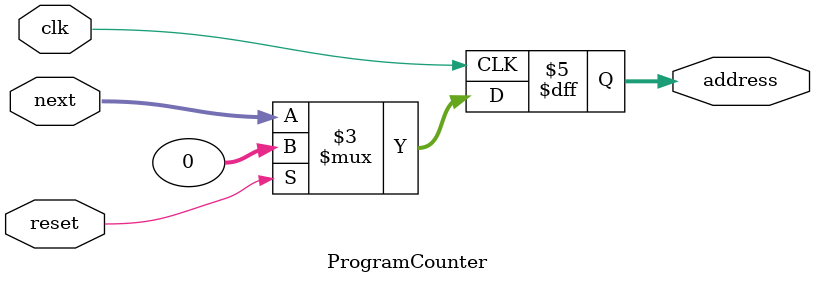
<source format=v>
`timescale 1ns / 1ps


module ProgramCounter( input clk,
			  input reset,
			  input [31:0] next,
			  output reg [31:0] address
    );
	
always @(posedge clk) begin
	if (reset) begin
		address<=32'b00000000000000000000000000000000;
	end
	
	else begin
		address <= next;
   end
end
endmodule

</source>
